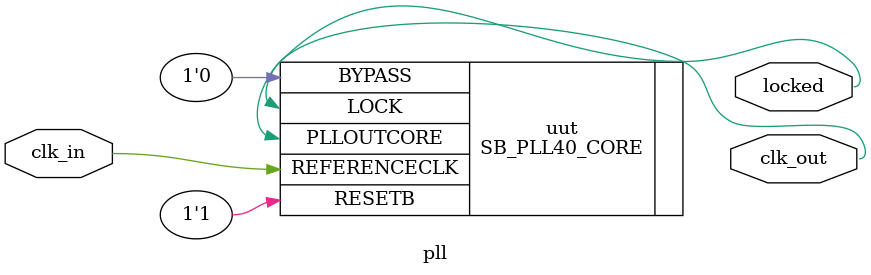
<source format=v>
/**
 * pll.v
 * PLL configuration
 * This Verilog module was generated automatically using the icepll tool from the IceStorm project.
 */

module pll(
    input  clk_in,
    output clk_out,
    output locked
    );

SB_PLL40_CORE #(
        .FEEDBACK_PATH("SIMPLE"),
        .DIVR(4'b0000),        // DIVR =  0
        .DIVF(7'b1001111),     // DIVF = 79
        .DIVQ(3'b100),         // DIVQ =  4
        .FILTER_RANGE(3'b001)  // FILTER_RANGE = 1
    ) uut (
        .LOCK(locked),
        .RESETB(1'b1),
        .BYPASS(1'b0),
        .REFERENCECLK(clk_in),
        .PLLOUTCORE(clk_out)
        );

endmodule

</source>
